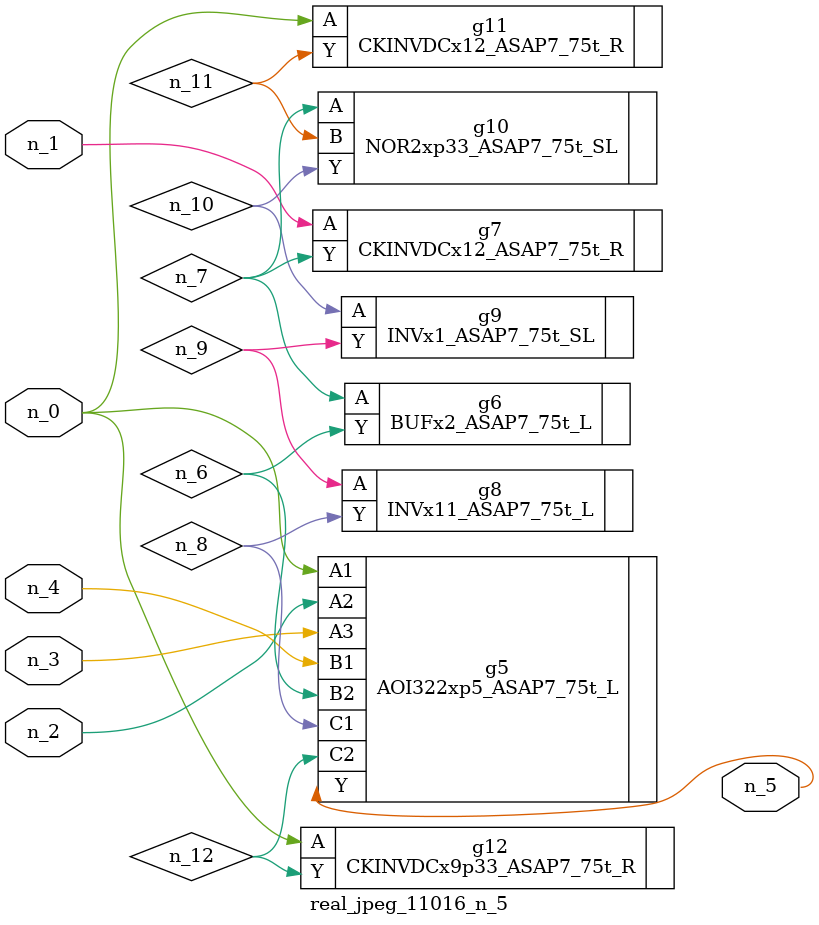
<source format=v>
module real_jpeg_11016_n_5 (n_4, n_0, n_1, n_2, n_3, n_5);

input n_4;
input n_0;
input n_1;
input n_2;
input n_3;

output n_5;

wire n_12;
wire n_8;
wire n_11;
wire n_6;
wire n_7;
wire n_10;
wire n_9;

AOI322xp5_ASAP7_75t_L g5 ( 
.A1(n_0),
.A2(n_2),
.A3(n_3),
.B1(n_4),
.B2(n_6),
.C1(n_8),
.C2(n_12),
.Y(n_5)
);

CKINVDCx12_ASAP7_75t_R g11 ( 
.A(n_0),
.Y(n_11)
);

CKINVDCx9p33_ASAP7_75t_R g12 ( 
.A(n_0),
.Y(n_12)
);

CKINVDCx12_ASAP7_75t_R g7 ( 
.A(n_1),
.Y(n_7)
);

BUFx2_ASAP7_75t_L g6 ( 
.A(n_7),
.Y(n_6)
);

NOR2xp33_ASAP7_75t_SL g10 ( 
.A(n_7),
.B(n_11),
.Y(n_10)
);

INVx11_ASAP7_75t_L g8 ( 
.A(n_9),
.Y(n_8)
);

INVx1_ASAP7_75t_SL g9 ( 
.A(n_10),
.Y(n_9)
);


endmodule
</source>
